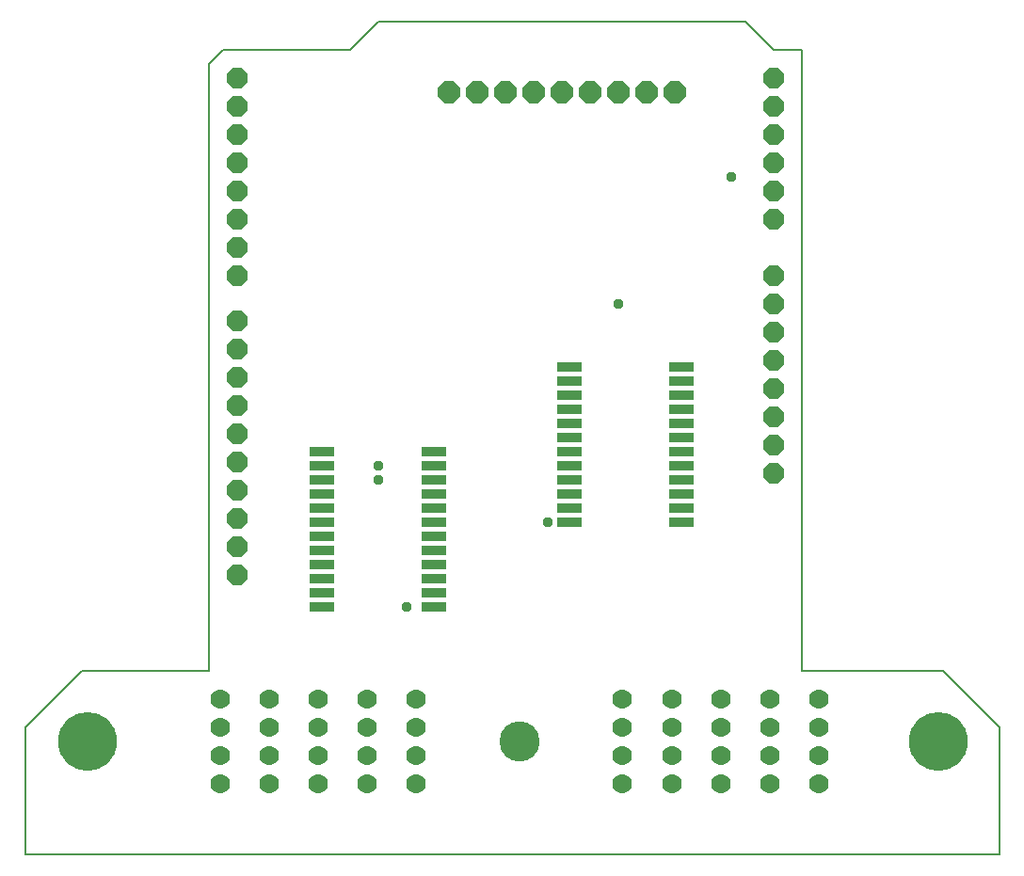
<source format=gts>
G75*
%MOIN*%
%OFA0B0*%
%FSLAX25Y25*%
%IPPOS*%
%LPD*%
%AMOC8*
5,1,8,0,0,1.08239X$1,22.5*
%
%ADD10C,0.00600*%
%ADD11R,0.08800X0.03400*%
%ADD12OC8,0.07800*%
%ADD13C,0.00000*%
%ADD14C,0.14200*%
%ADD15C,0.20800*%
%ADD16C,0.06950*%
%ADD17OC8,0.07400*%
%ADD18C,0.03778*%
D10*
X0017050Y0003750D02*
X0017050Y0048750D01*
X0037050Y0068750D01*
X0082050Y0068750D01*
X0082050Y0283750D01*
X0087050Y0288750D01*
X0132050Y0288750D01*
X0142050Y0298750D01*
X0272050Y0298750D01*
X0282050Y0288750D01*
X0292050Y0288750D01*
X0292050Y0068750D01*
X0342050Y0068750D01*
X0362050Y0048750D01*
X0362050Y0003750D01*
X0017050Y0003750D01*
D11*
X0122250Y0091250D03*
X0122250Y0096250D03*
X0122250Y0101250D03*
X0122250Y0106250D03*
X0122250Y0111250D03*
X0122250Y0116250D03*
X0122250Y0121250D03*
X0122250Y0126250D03*
X0122250Y0131250D03*
X0122250Y0136250D03*
X0122250Y0141250D03*
X0122250Y0146250D03*
X0161850Y0146250D03*
X0161850Y0141250D03*
X0161850Y0136250D03*
X0161850Y0131250D03*
X0161850Y0126250D03*
X0161850Y0121250D03*
X0161850Y0116250D03*
X0161850Y0111250D03*
X0161850Y0106250D03*
X0161850Y0101250D03*
X0161850Y0096250D03*
X0161850Y0091250D03*
X0209750Y0121250D03*
X0209750Y0126250D03*
X0209750Y0131250D03*
X0209750Y0136250D03*
X0209750Y0141250D03*
X0209750Y0146250D03*
X0209750Y0151250D03*
X0209750Y0156250D03*
X0209750Y0161250D03*
X0209750Y0166250D03*
X0209750Y0171250D03*
X0209750Y0176250D03*
X0249350Y0176250D03*
X0249350Y0171250D03*
X0249350Y0166250D03*
X0249350Y0161250D03*
X0249350Y0156250D03*
X0249350Y0151250D03*
X0249350Y0146250D03*
X0249350Y0141250D03*
X0249350Y0136250D03*
X0249350Y0131250D03*
X0249350Y0126250D03*
X0249350Y0121250D03*
D12*
X0247050Y0273750D03*
X0237050Y0273750D03*
X0227050Y0273750D03*
X0217050Y0273750D03*
X0207050Y0273750D03*
X0197050Y0273750D03*
X0187050Y0273750D03*
X0177050Y0273750D03*
X0167050Y0273750D03*
D13*
X0185350Y0043750D02*
X0185352Y0043914D01*
X0185358Y0044079D01*
X0185368Y0044243D01*
X0185382Y0044407D01*
X0185400Y0044570D01*
X0185423Y0044733D01*
X0185449Y0044895D01*
X0185479Y0045057D01*
X0185513Y0045218D01*
X0185551Y0045378D01*
X0185593Y0045537D01*
X0185638Y0045695D01*
X0185688Y0045852D01*
X0185742Y0046007D01*
X0185799Y0046161D01*
X0185860Y0046314D01*
X0185925Y0046465D01*
X0185993Y0046615D01*
X0186065Y0046762D01*
X0186141Y0046908D01*
X0186220Y0047052D01*
X0186303Y0047194D01*
X0186389Y0047334D01*
X0186479Y0047472D01*
X0186572Y0047608D01*
X0186669Y0047741D01*
X0186768Y0047872D01*
X0186871Y0048000D01*
X0186977Y0048126D01*
X0187086Y0048249D01*
X0187198Y0048370D01*
X0187312Y0048488D01*
X0187430Y0048602D01*
X0187551Y0048714D01*
X0187674Y0048823D01*
X0187800Y0048929D01*
X0187928Y0049032D01*
X0188059Y0049131D01*
X0188192Y0049228D01*
X0188328Y0049321D01*
X0188466Y0049411D01*
X0188606Y0049497D01*
X0188748Y0049580D01*
X0188892Y0049659D01*
X0189038Y0049735D01*
X0189185Y0049807D01*
X0189335Y0049875D01*
X0189486Y0049940D01*
X0189639Y0050001D01*
X0189793Y0050058D01*
X0189948Y0050112D01*
X0190105Y0050162D01*
X0190263Y0050207D01*
X0190422Y0050249D01*
X0190582Y0050287D01*
X0190743Y0050321D01*
X0190905Y0050351D01*
X0191067Y0050377D01*
X0191230Y0050400D01*
X0191393Y0050418D01*
X0191557Y0050432D01*
X0191721Y0050442D01*
X0191886Y0050448D01*
X0192050Y0050450D01*
X0192214Y0050448D01*
X0192379Y0050442D01*
X0192543Y0050432D01*
X0192707Y0050418D01*
X0192870Y0050400D01*
X0193033Y0050377D01*
X0193195Y0050351D01*
X0193357Y0050321D01*
X0193518Y0050287D01*
X0193678Y0050249D01*
X0193837Y0050207D01*
X0193995Y0050162D01*
X0194152Y0050112D01*
X0194307Y0050058D01*
X0194461Y0050001D01*
X0194614Y0049940D01*
X0194765Y0049875D01*
X0194915Y0049807D01*
X0195062Y0049735D01*
X0195208Y0049659D01*
X0195352Y0049580D01*
X0195494Y0049497D01*
X0195634Y0049411D01*
X0195772Y0049321D01*
X0195908Y0049228D01*
X0196041Y0049131D01*
X0196172Y0049032D01*
X0196300Y0048929D01*
X0196426Y0048823D01*
X0196549Y0048714D01*
X0196670Y0048602D01*
X0196788Y0048488D01*
X0196902Y0048370D01*
X0197014Y0048249D01*
X0197123Y0048126D01*
X0197229Y0048000D01*
X0197332Y0047872D01*
X0197431Y0047741D01*
X0197528Y0047608D01*
X0197621Y0047472D01*
X0197711Y0047334D01*
X0197797Y0047194D01*
X0197880Y0047052D01*
X0197959Y0046908D01*
X0198035Y0046762D01*
X0198107Y0046615D01*
X0198175Y0046465D01*
X0198240Y0046314D01*
X0198301Y0046161D01*
X0198358Y0046007D01*
X0198412Y0045852D01*
X0198462Y0045695D01*
X0198507Y0045537D01*
X0198549Y0045378D01*
X0198587Y0045218D01*
X0198621Y0045057D01*
X0198651Y0044895D01*
X0198677Y0044733D01*
X0198700Y0044570D01*
X0198718Y0044407D01*
X0198732Y0044243D01*
X0198742Y0044079D01*
X0198748Y0043914D01*
X0198750Y0043750D01*
X0198748Y0043586D01*
X0198742Y0043421D01*
X0198732Y0043257D01*
X0198718Y0043093D01*
X0198700Y0042930D01*
X0198677Y0042767D01*
X0198651Y0042605D01*
X0198621Y0042443D01*
X0198587Y0042282D01*
X0198549Y0042122D01*
X0198507Y0041963D01*
X0198462Y0041805D01*
X0198412Y0041648D01*
X0198358Y0041493D01*
X0198301Y0041339D01*
X0198240Y0041186D01*
X0198175Y0041035D01*
X0198107Y0040885D01*
X0198035Y0040738D01*
X0197959Y0040592D01*
X0197880Y0040448D01*
X0197797Y0040306D01*
X0197711Y0040166D01*
X0197621Y0040028D01*
X0197528Y0039892D01*
X0197431Y0039759D01*
X0197332Y0039628D01*
X0197229Y0039500D01*
X0197123Y0039374D01*
X0197014Y0039251D01*
X0196902Y0039130D01*
X0196788Y0039012D01*
X0196670Y0038898D01*
X0196549Y0038786D01*
X0196426Y0038677D01*
X0196300Y0038571D01*
X0196172Y0038468D01*
X0196041Y0038369D01*
X0195908Y0038272D01*
X0195772Y0038179D01*
X0195634Y0038089D01*
X0195494Y0038003D01*
X0195352Y0037920D01*
X0195208Y0037841D01*
X0195062Y0037765D01*
X0194915Y0037693D01*
X0194765Y0037625D01*
X0194614Y0037560D01*
X0194461Y0037499D01*
X0194307Y0037442D01*
X0194152Y0037388D01*
X0193995Y0037338D01*
X0193837Y0037293D01*
X0193678Y0037251D01*
X0193518Y0037213D01*
X0193357Y0037179D01*
X0193195Y0037149D01*
X0193033Y0037123D01*
X0192870Y0037100D01*
X0192707Y0037082D01*
X0192543Y0037068D01*
X0192379Y0037058D01*
X0192214Y0037052D01*
X0192050Y0037050D01*
X0191886Y0037052D01*
X0191721Y0037058D01*
X0191557Y0037068D01*
X0191393Y0037082D01*
X0191230Y0037100D01*
X0191067Y0037123D01*
X0190905Y0037149D01*
X0190743Y0037179D01*
X0190582Y0037213D01*
X0190422Y0037251D01*
X0190263Y0037293D01*
X0190105Y0037338D01*
X0189948Y0037388D01*
X0189793Y0037442D01*
X0189639Y0037499D01*
X0189486Y0037560D01*
X0189335Y0037625D01*
X0189185Y0037693D01*
X0189038Y0037765D01*
X0188892Y0037841D01*
X0188748Y0037920D01*
X0188606Y0038003D01*
X0188466Y0038089D01*
X0188328Y0038179D01*
X0188192Y0038272D01*
X0188059Y0038369D01*
X0187928Y0038468D01*
X0187800Y0038571D01*
X0187674Y0038677D01*
X0187551Y0038786D01*
X0187430Y0038898D01*
X0187312Y0039012D01*
X0187198Y0039130D01*
X0187086Y0039251D01*
X0186977Y0039374D01*
X0186871Y0039500D01*
X0186768Y0039628D01*
X0186669Y0039759D01*
X0186572Y0039892D01*
X0186479Y0040028D01*
X0186389Y0040166D01*
X0186303Y0040306D01*
X0186220Y0040448D01*
X0186141Y0040592D01*
X0186065Y0040738D01*
X0185993Y0040885D01*
X0185925Y0041035D01*
X0185860Y0041186D01*
X0185799Y0041339D01*
X0185742Y0041493D01*
X0185688Y0041648D01*
X0185638Y0041805D01*
X0185593Y0041963D01*
X0185551Y0042122D01*
X0185513Y0042282D01*
X0185479Y0042443D01*
X0185449Y0042605D01*
X0185423Y0042767D01*
X0185400Y0042930D01*
X0185382Y0043093D01*
X0185368Y0043257D01*
X0185358Y0043421D01*
X0185352Y0043586D01*
X0185350Y0043750D01*
X0029050Y0043750D02*
X0029053Y0043995D01*
X0029062Y0044241D01*
X0029077Y0044486D01*
X0029098Y0044730D01*
X0029125Y0044974D01*
X0029158Y0045217D01*
X0029197Y0045460D01*
X0029242Y0045701D01*
X0029293Y0045941D01*
X0029350Y0046180D01*
X0029412Y0046417D01*
X0029481Y0046653D01*
X0029555Y0046887D01*
X0029635Y0047119D01*
X0029720Y0047349D01*
X0029811Y0047577D01*
X0029908Y0047802D01*
X0030010Y0048026D01*
X0030118Y0048246D01*
X0030231Y0048464D01*
X0030349Y0048679D01*
X0030473Y0048891D01*
X0030601Y0049100D01*
X0030735Y0049306D01*
X0030874Y0049508D01*
X0031018Y0049707D01*
X0031167Y0049902D01*
X0031320Y0050094D01*
X0031478Y0050282D01*
X0031640Y0050466D01*
X0031808Y0050645D01*
X0031979Y0050821D01*
X0032155Y0050992D01*
X0032334Y0051160D01*
X0032518Y0051322D01*
X0032706Y0051480D01*
X0032898Y0051633D01*
X0033093Y0051782D01*
X0033292Y0051926D01*
X0033494Y0052065D01*
X0033700Y0052199D01*
X0033909Y0052327D01*
X0034121Y0052451D01*
X0034336Y0052569D01*
X0034554Y0052682D01*
X0034774Y0052790D01*
X0034998Y0052892D01*
X0035223Y0052989D01*
X0035451Y0053080D01*
X0035681Y0053165D01*
X0035913Y0053245D01*
X0036147Y0053319D01*
X0036383Y0053388D01*
X0036620Y0053450D01*
X0036859Y0053507D01*
X0037099Y0053558D01*
X0037340Y0053603D01*
X0037583Y0053642D01*
X0037826Y0053675D01*
X0038070Y0053702D01*
X0038314Y0053723D01*
X0038559Y0053738D01*
X0038805Y0053747D01*
X0039050Y0053750D01*
X0039295Y0053747D01*
X0039541Y0053738D01*
X0039786Y0053723D01*
X0040030Y0053702D01*
X0040274Y0053675D01*
X0040517Y0053642D01*
X0040760Y0053603D01*
X0041001Y0053558D01*
X0041241Y0053507D01*
X0041480Y0053450D01*
X0041717Y0053388D01*
X0041953Y0053319D01*
X0042187Y0053245D01*
X0042419Y0053165D01*
X0042649Y0053080D01*
X0042877Y0052989D01*
X0043102Y0052892D01*
X0043326Y0052790D01*
X0043546Y0052682D01*
X0043764Y0052569D01*
X0043979Y0052451D01*
X0044191Y0052327D01*
X0044400Y0052199D01*
X0044606Y0052065D01*
X0044808Y0051926D01*
X0045007Y0051782D01*
X0045202Y0051633D01*
X0045394Y0051480D01*
X0045582Y0051322D01*
X0045766Y0051160D01*
X0045945Y0050992D01*
X0046121Y0050821D01*
X0046292Y0050645D01*
X0046460Y0050466D01*
X0046622Y0050282D01*
X0046780Y0050094D01*
X0046933Y0049902D01*
X0047082Y0049707D01*
X0047226Y0049508D01*
X0047365Y0049306D01*
X0047499Y0049100D01*
X0047627Y0048891D01*
X0047751Y0048679D01*
X0047869Y0048464D01*
X0047982Y0048246D01*
X0048090Y0048026D01*
X0048192Y0047802D01*
X0048289Y0047577D01*
X0048380Y0047349D01*
X0048465Y0047119D01*
X0048545Y0046887D01*
X0048619Y0046653D01*
X0048688Y0046417D01*
X0048750Y0046180D01*
X0048807Y0045941D01*
X0048858Y0045701D01*
X0048903Y0045460D01*
X0048942Y0045217D01*
X0048975Y0044974D01*
X0049002Y0044730D01*
X0049023Y0044486D01*
X0049038Y0044241D01*
X0049047Y0043995D01*
X0049050Y0043750D01*
X0049047Y0043505D01*
X0049038Y0043259D01*
X0049023Y0043014D01*
X0049002Y0042770D01*
X0048975Y0042526D01*
X0048942Y0042283D01*
X0048903Y0042040D01*
X0048858Y0041799D01*
X0048807Y0041559D01*
X0048750Y0041320D01*
X0048688Y0041083D01*
X0048619Y0040847D01*
X0048545Y0040613D01*
X0048465Y0040381D01*
X0048380Y0040151D01*
X0048289Y0039923D01*
X0048192Y0039698D01*
X0048090Y0039474D01*
X0047982Y0039254D01*
X0047869Y0039036D01*
X0047751Y0038821D01*
X0047627Y0038609D01*
X0047499Y0038400D01*
X0047365Y0038194D01*
X0047226Y0037992D01*
X0047082Y0037793D01*
X0046933Y0037598D01*
X0046780Y0037406D01*
X0046622Y0037218D01*
X0046460Y0037034D01*
X0046292Y0036855D01*
X0046121Y0036679D01*
X0045945Y0036508D01*
X0045766Y0036340D01*
X0045582Y0036178D01*
X0045394Y0036020D01*
X0045202Y0035867D01*
X0045007Y0035718D01*
X0044808Y0035574D01*
X0044606Y0035435D01*
X0044400Y0035301D01*
X0044191Y0035173D01*
X0043979Y0035049D01*
X0043764Y0034931D01*
X0043546Y0034818D01*
X0043326Y0034710D01*
X0043102Y0034608D01*
X0042877Y0034511D01*
X0042649Y0034420D01*
X0042419Y0034335D01*
X0042187Y0034255D01*
X0041953Y0034181D01*
X0041717Y0034112D01*
X0041480Y0034050D01*
X0041241Y0033993D01*
X0041001Y0033942D01*
X0040760Y0033897D01*
X0040517Y0033858D01*
X0040274Y0033825D01*
X0040030Y0033798D01*
X0039786Y0033777D01*
X0039541Y0033762D01*
X0039295Y0033753D01*
X0039050Y0033750D01*
X0038805Y0033753D01*
X0038559Y0033762D01*
X0038314Y0033777D01*
X0038070Y0033798D01*
X0037826Y0033825D01*
X0037583Y0033858D01*
X0037340Y0033897D01*
X0037099Y0033942D01*
X0036859Y0033993D01*
X0036620Y0034050D01*
X0036383Y0034112D01*
X0036147Y0034181D01*
X0035913Y0034255D01*
X0035681Y0034335D01*
X0035451Y0034420D01*
X0035223Y0034511D01*
X0034998Y0034608D01*
X0034774Y0034710D01*
X0034554Y0034818D01*
X0034336Y0034931D01*
X0034121Y0035049D01*
X0033909Y0035173D01*
X0033700Y0035301D01*
X0033494Y0035435D01*
X0033292Y0035574D01*
X0033093Y0035718D01*
X0032898Y0035867D01*
X0032706Y0036020D01*
X0032518Y0036178D01*
X0032334Y0036340D01*
X0032155Y0036508D01*
X0031979Y0036679D01*
X0031808Y0036855D01*
X0031640Y0037034D01*
X0031478Y0037218D01*
X0031320Y0037406D01*
X0031167Y0037598D01*
X0031018Y0037793D01*
X0030874Y0037992D01*
X0030735Y0038194D01*
X0030601Y0038400D01*
X0030473Y0038609D01*
X0030349Y0038821D01*
X0030231Y0039036D01*
X0030118Y0039254D01*
X0030010Y0039474D01*
X0029908Y0039698D01*
X0029811Y0039923D01*
X0029720Y0040151D01*
X0029635Y0040381D01*
X0029555Y0040613D01*
X0029481Y0040847D01*
X0029412Y0041083D01*
X0029350Y0041320D01*
X0029293Y0041559D01*
X0029242Y0041799D01*
X0029197Y0042040D01*
X0029158Y0042283D01*
X0029125Y0042526D01*
X0029098Y0042770D01*
X0029077Y0043014D01*
X0029062Y0043259D01*
X0029053Y0043505D01*
X0029050Y0043750D01*
X0330350Y0043750D02*
X0330353Y0043995D01*
X0330362Y0044241D01*
X0330377Y0044486D01*
X0330398Y0044730D01*
X0330425Y0044974D01*
X0330458Y0045217D01*
X0330497Y0045460D01*
X0330542Y0045701D01*
X0330593Y0045941D01*
X0330650Y0046180D01*
X0330712Y0046417D01*
X0330781Y0046653D01*
X0330855Y0046887D01*
X0330935Y0047119D01*
X0331020Y0047349D01*
X0331111Y0047577D01*
X0331208Y0047802D01*
X0331310Y0048026D01*
X0331418Y0048246D01*
X0331531Y0048464D01*
X0331649Y0048679D01*
X0331773Y0048891D01*
X0331901Y0049100D01*
X0332035Y0049306D01*
X0332174Y0049508D01*
X0332318Y0049707D01*
X0332467Y0049902D01*
X0332620Y0050094D01*
X0332778Y0050282D01*
X0332940Y0050466D01*
X0333108Y0050645D01*
X0333279Y0050821D01*
X0333455Y0050992D01*
X0333634Y0051160D01*
X0333818Y0051322D01*
X0334006Y0051480D01*
X0334198Y0051633D01*
X0334393Y0051782D01*
X0334592Y0051926D01*
X0334794Y0052065D01*
X0335000Y0052199D01*
X0335209Y0052327D01*
X0335421Y0052451D01*
X0335636Y0052569D01*
X0335854Y0052682D01*
X0336074Y0052790D01*
X0336298Y0052892D01*
X0336523Y0052989D01*
X0336751Y0053080D01*
X0336981Y0053165D01*
X0337213Y0053245D01*
X0337447Y0053319D01*
X0337683Y0053388D01*
X0337920Y0053450D01*
X0338159Y0053507D01*
X0338399Y0053558D01*
X0338640Y0053603D01*
X0338883Y0053642D01*
X0339126Y0053675D01*
X0339370Y0053702D01*
X0339614Y0053723D01*
X0339859Y0053738D01*
X0340105Y0053747D01*
X0340350Y0053750D01*
X0340595Y0053747D01*
X0340841Y0053738D01*
X0341086Y0053723D01*
X0341330Y0053702D01*
X0341574Y0053675D01*
X0341817Y0053642D01*
X0342060Y0053603D01*
X0342301Y0053558D01*
X0342541Y0053507D01*
X0342780Y0053450D01*
X0343017Y0053388D01*
X0343253Y0053319D01*
X0343487Y0053245D01*
X0343719Y0053165D01*
X0343949Y0053080D01*
X0344177Y0052989D01*
X0344402Y0052892D01*
X0344626Y0052790D01*
X0344846Y0052682D01*
X0345064Y0052569D01*
X0345279Y0052451D01*
X0345491Y0052327D01*
X0345700Y0052199D01*
X0345906Y0052065D01*
X0346108Y0051926D01*
X0346307Y0051782D01*
X0346502Y0051633D01*
X0346694Y0051480D01*
X0346882Y0051322D01*
X0347066Y0051160D01*
X0347245Y0050992D01*
X0347421Y0050821D01*
X0347592Y0050645D01*
X0347760Y0050466D01*
X0347922Y0050282D01*
X0348080Y0050094D01*
X0348233Y0049902D01*
X0348382Y0049707D01*
X0348526Y0049508D01*
X0348665Y0049306D01*
X0348799Y0049100D01*
X0348927Y0048891D01*
X0349051Y0048679D01*
X0349169Y0048464D01*
X0349282Y0048246D01*
X0349390Y0048026D01*
X0349492Y0047802D01*
X0349589Y0047577D01*
X0349680Y0047349D01*
X0349765Y0047119D01*
X0349845Y0046887D01*
X0349919Y0046653D01*
X0349988Y0046417D01*
X0350050Y0046180D01*
X0350107Y0045941D01*
X0350158Y0045701D01*
X0350203Y0045460D01*
X0350242Y0045217D01*
X0350275Y0044974D01*
X0350302Y0044730D01*
X0350323Y0044486D01*
X0350338Y0044241D01*
X0350347Y0043995D01*
X0350350Y0043750D01*
X0350347Y0043505D01*
X0350338Y0043259D01*
X0350323Y0043014D01*
X0350302Y0042770D01*
X0350275Y0042526D01*
X0350242Y0042283D01*
X0350203Y0042040D01*
X0350158Y0041799D01*
X0350107Y0041559D01*
X0350050Y0041320D01*
X0349988Y0041083D01*
X0349919Y0040847D01*
X0349845Y0040613D01*
X0349765Y0040381D01*
X0349680Y0040151D01*
X0349589Y0039923D01*
X0349492Y0039698D01*
X0349390Y0039474D01*
X0349282Y0039254D01*
X0349169Y0039036D01*
X0349051Y0038821D01*
X0348927Y0038609D01*
X0348799Y0038400D01*
X0348665Y0038194D01*
X0348526Y0037992D01*
X0348382Y0037793D01*
X0348233Y0037598D01*
X0348080Y0037406D01*
X0347922Y0037218D01*
X0347760Y0037034D01*
X0347592Y0036855D01*
X0347421Y0036679D01*
X0347245Y0036508D01*
X0347066Y0036340D01*
X0346882Y0036178D01*
X0346694Y0036020D01*
X0346502Y0035867D01*
X0346307Y0035718D01*
X0346108Y0035574D01*
X0345906Y0035435D01*
X0345700Y0035301D01*
X0345491Y0035173D01*
X0345279Y0035049D01*
X0345064Y0034931D01*
X0344846Y0034818D01*
X0344626Y0034710D01*
X0344402Y0034608D01*
X0344177Y0034511D01*
X0343949Y0034420D01*
X0343719Y0034335D01*
X0343487Y0034255D01*
X0343253Y0034181D01*
X0343017Y0034112D01*
X0342780Y0034050D01*
X0342541Y0033993D01*
X0342301Y0033942D01*
X0342060Y0033897D01*
X0341817Y0033858D01*
X0341574Y0033825D01*
X0341330Y0033798D01*
X0341086Y0033777D01*
X0340841Y0033762D01*
X0340595Y0033753D01*
X0340350Y0033750D01*
X0340105Y0033753D01*
X0339859Y0033762D01*
X0339614Y0033777D01*
X0339370Y0033798D01*
X0339126Y0033825D01*
X0338883Y0033858D01*
X0338640Y0033897D01*
X0338399Y0033942D01*
X0338159Y0033993D01*
X0337920Y0034050D01*
X0337683Y0034112D01*
X0337447Y0034181D01*
X0337213Y0034255D01*
X0336981Y0034335D01*
X0336751Y0034420D01*
X0336523Y0034511D01*
X0336298Y0034608D01*
X0336074Y0034710D01*
X0335854Y0034818D01*
X0335636Y0034931D01*
X0335421Y0035049D01*
X0335209Y0035173D01*
X0335000Y0035301D01*
X0334794Y0035435D01*
X0334592Y0035574D01*
X0334393Y0035718D01*
X0334198Y0035867D01*
X0334006Y0036020D01*
X0333818Y0036178D01*
X0333634Y0036340D01*
X0333455Y0036508D01*
X0333279Y0036679D01*
X0333108Y0036855D01*
X0332940Y0037034D01*
X0332778Y0037218D01*
X0332620Y0037406D01*
X0332467Y0037598D01*
X0332318Y0037793D01*
X0332174Y0037992D01*
X0332035Y0038194D01*
X0331901Y0038400D01*
X0331773Y0038609D01*
X0331649Y0038821D01*
X0331531Y0039036D01*
X0331418Y0039254D01*
X0331310Y0039474D01*
X0331208Y0039698D01*
X0331111Y0039923D01*
X0331020Y0040151D01*
X0330935Y0040381D01*
X0330855Y0040613D01*
X0330781Y0040847D01*
X0330712Y0041083D01*
X0330650Y0041320D01*
X0330593Y0041559D01*
X0330542Y0041799D01*
X0330497Y0042040D01*
X0330458Y0042283D01*
X0330425Y0042526D01*
X0330398Y0042770D01*
X0330377Y0043014D01*
X0330362Y0043259D01*
X0330353Y0043505D01*
X0330350Y0043750D01*
D14*
X0192050Y0043750D03*
D15*
X0340350Y0043750D03*
X0039050Y0043750D03*
D16*
X0085950Y0038750D03*
X0085950Y0028750D03*
X0103350Y0028750D03*
X0103350Y0038750D03*
X0103350Y0048750D03*
X0103350Y0058750D03*
X0085950Y0058750D03*
X0085950Y0048750D03*
X0120750Y0048750D03*
X0120750Y0058750D03*
X0138150Y0058750D03*
X0138150Y0048750D03*
X0138150Y0038750D03*
X0138150Y0028750D03*
X0120750Y0028750D03*
X0120750Y0038750D03*
X0155550Y0038750D03*
X0155550Y0028750D03*
X0155550Y0048750D03*
X0155550Y0058750D03*
X0228550Y0058750D03*
X0228550Y0048750D03*
X0228550Y0038750D03*
X0228550Y0028750D03*
X0245950Y0028750D03*
X0245950Y0038750D03*
X0245950Y0048750D03*
X0245950Y0058750D03*
X0263350Y0058750D03*
X0263350Y0048750D03*
X0263350Y0038750D03*
X0263350Y0028750D03*
X0280750Y0028750D03*
X0280750Y0038750D03*
X0280750Y0048750D03*
X0280750Y0058750D03*
X0298150Y0058750D03*
X0298150Y0048750D03*
X0298150Y0038750D03*
X0298150Y0028750D03*
D17*
X0282050Y0138750D03*
X0282050Y0148750D03*
X0282050Y0158750D03*
X0282050Y0168750D03*
X0282050Y0178750D03*
X0282050Y0188750D03*
X0282050Y0198750D03*
X0282050Y0208750D03*
X0282050Y0228750D03*
X0282050Y0238750D03*
X0282050Y0248750D03*
X0282050Y0258750D03*
X0282050Y0268750D03*
X0282050Y0278750D03*
X0092050Y0278750D03*
X0092050Y0268750D03*
X0092050Y0258750D03*
X0092050Y0248750D03*
X0092050Y0238750D03*
X0092050Y0228750D03*
X0092050Y0218750D03*
X0092050Y0208750D03*
X0092050Y0192750D03*
X0092050Y0182750D03*
X0092050Y0172750D03*
X0092050Y0162750D03*
X0092050Y0152750D03*
X0092050Y0142750D03*
X0092050Y0132750D03*
X0092050Y0122750D03*
X0092050Y0112750D03*
X0092050Y0102750D03*
D18*
X0142050Y0136250D03*
X0142050Y0141250D03*
X0202050Y0121250D03*
X0152050Y0091250D03*
X0227050Y0198750D03*
X0267050Y0243750D03*
M02*

</source>
